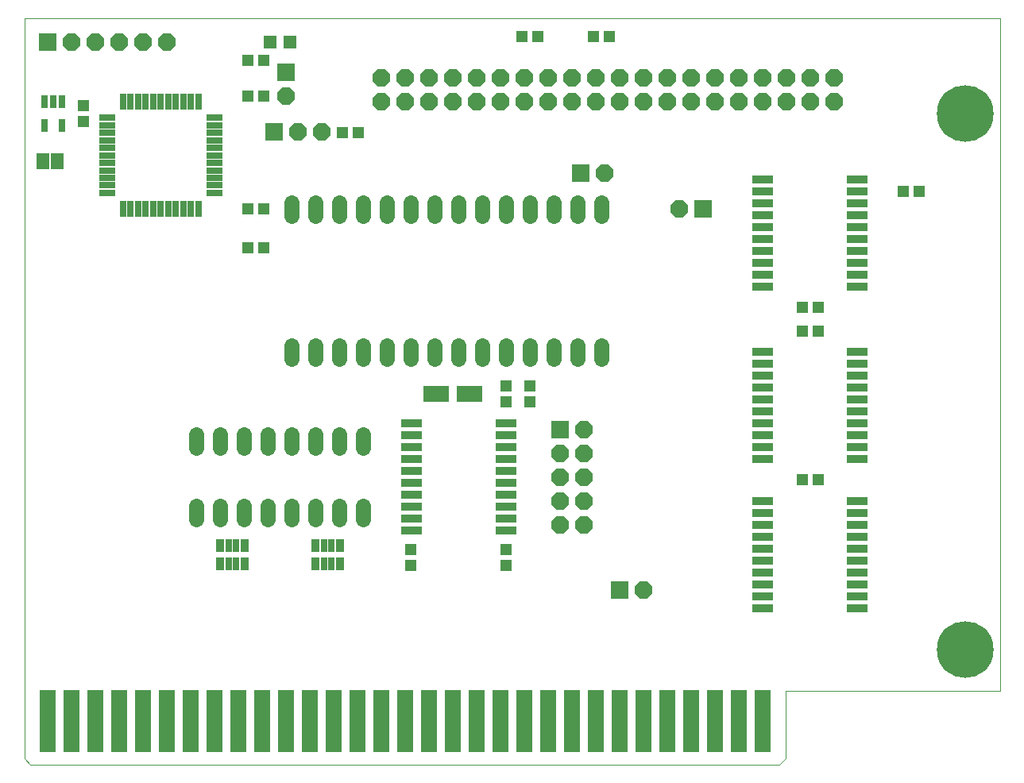
<source format=gts>
G75*
G70*
%OFA0B0*%
%FSLAX24Y24*%
%IPPOS*%
%LPD*%
%AMOC8*
5,1,8,0,0,1.08239X$1,22.5*
%
%ADD10C,0.0000*%
%ADD11R,0.0680X0.2630*%
%ADD12C,0.0640*%
%ADD13OC8,0.0720*%
%ADD14R,0.0880X0.0340*%
%ADD15R,0.0513X0.0474*%
%ADD16R,0.1104X0.0710*%
%ADD17R,0.0552X0.0552*%
%ADD18R,0.0720X0.0720*%
%ADD19R,0.0474X0.0513*%
%ADD20C,0.2380*%
%ADD21R,0.0277X0.0671*%
%ADD22R,0.0671X0.0277*%
%ADD23R,0.0297X0.0552*%
%ADD24R,0.0253X0.0533*%
%ADD25R,0.0328X0.0533*%
%ADD26R,0.0540X0.0710*%
D10*
X008092Y007958D02*
X039530Y007958D01*
X039780Y008208D01*
X039780Y011052D01*
X048775Y011052D01*
X048775Y039267D01*
X007842Y039267D01*
X007842Y008271D01*
X007842Y008208D01*
X008092Y007958D01*
D11*
X008811Y009771D03*
X009811Y009771D03*
X010811Y009771D03*
X011811Y009771D03*
X012811Y009771D03*
X013811Y009771D03*
X014811Y009771D03*
X015811Y009771D03*
X016811Y009771D03*
X017811Y009771D03*
X018811Y009771D03*
X019811Y009771D03*
X020811Y009771D03*
X021811Y009771D03*
X022811Y009771D03*
X023811Y009771D03*
X024811Y009771D03*
X025811Y009771D03*
X026811Y009771D03*
X027811Y009771D03*
X028811Y009771D03*
X029811Y009771D03*
X030811Y009771D03*
X031811Y009771D03*
X032811Y009771D03*
X033811Y009771D03*
X034811Y009771D03*
X035811Y009771D03*
X036811Y009771D03*
X037811Y009771D03*
X038811Y009771D03*
D12*
X022061Y018241D02*
X022061Y018801D01*
X021061Y018801D02*
X021061Y018241D01*
X020061Y018241D02*
X020061Y018801D01*
X019061Y018801D02*
X019061Y018241D01*
X018061Y018241D02*
X018061Y018801D01*
X017061Y018801D02*
X017061Y018241D01*
X016061Y018241D02*
X016061Y018801D01*
X015061Y018801D02*
X015061Y018241D01*
X015061Y021241D02*
X015061Y021801D01*
X016061Y021801D02*
X016061Y021241D01*
X017061Y021241D02*
X017061Y021801D01*
X018061Y021801D02*
X018061Y021241D01*
X019061Y021241D02*
X019061Y021801D01*
X020061Y021801D02*
X020061Y021241D01*
X021061Y021241D02*
X021061Y021801D01*
X022061Y021801D02*
X022061Y021241D01*
X022061Y024991D02*
X022061Y025551D01*
X021061Y025551D02*
X021061Y024991D01*
X020061Y024991D02*
X020061Y025551D01*
X019061Y025551D02*
X019061Y024991D01*
X023061Y024991D02*
X023061Y025551D01*
X024061Y025551D02*
X024061Y024991D01*
X025061Y024991D02*
X025061Y025551D01*
X026061Y025551D02*
X026061Y024991D01*
X027061Y024991D02*
X027061Y025551D01*
X028061Y025551D02*
X028061Y024991D01*
X029061Y024991D02*
X029061Y025551D01*
X030061Y025551D02*
X030061Y024991D01*
X031061Y024991D02*
X031061Y025551D01*
X032061Y025551D02*
X032061Y024991D01*
X032061Y030991D02*
X032061Y031551D01*
X031061Y031551D02*
X031061Y030991D01*
X030061Y030991D02*
X030061Y031551D01*
X029061Y031551D02*
X029061Y030991D01*
X028061Y030991D02*
X028061Y031551D01*
X027061Y031551D02*
X027061Y030991D01*
X026061Y030991D02*
X026061Y031551D01*
X025061Y031551D02*
X025061Y030991D01*
X024061Y030991D02*
X024061Y031551D01*
X023061Y031551D02*
X023061Y030991D01*
X022061Y030991D02*
X022061Y031551D01*
X021061Y031551D02*
X021061Y030991D01*
X020061Y030991D02*
X020061Y031551D01*
X019061Y031551D02*
X019061Y030991D01*
D13*
X019311Y034521D03*
X020311Y034521D03*
X018811Y036021D03*
X022811Y035771D03*
X023811Y035771D03*
X023811Y036771D03*
X022811Y036771D03*
X024811Y036771D03*
X025811Y036771D03*
X026811Y036771D03*
X027811Y036771D03*
X028811Y036771D03*
X029811Y036771D03*
X030811Y036771D03*
X031811Y036771D03*
X032811Y036771D03*
X033811Y036771D03*
X034811Y036771D03*
X035811Y036771D03*
X036811Y036771D03*
X037811Y036771D03*
X038811Y036771D03*
X039811Y036771D03*
X040811Y036771D03*
X041811Y036771D03*
X041811Y035771D03*
X040811Y035771D03*
X039811Y035771D03*
X038811Y035771D03*
X037811Y035771D03*
X036811Y035771D03*
X035811Y035771D03*
X034811Y035771D03*
X033811Y035771D03*
X032811Y035771D03*
X031811Y035771D03*
X030811Y035771D03*
X029811Y035771D03*
X028811Y035771D03*
X027811Y035771D03*
X026811Y035771D03*
X025811Y035771D03*
X024811Y035771D03*
X032186Y032771D03*
X035311Y031271D03*
X031311Y022021D03*
X031311Y021021D03*
X030311Y021021D03*
X030311Y020021D03*
X031311Y020021D03*
X031311Y019021D03*
X030311Y019021D03*
X030311Y018021D03*
X031311Y018021D03*
X033811Y015271D03*
X013811Y038271D03*
X012811Y038271D03*
X011811Y038271D03*
X010811Y038271D03*
X009811Y038271D03*
D14*
X024081Y022271D03*
X024081Y021771D03*
X024081Y021271D03*
X024081Y020771D03*
X024081Y020271D03*
X024081Y019771D03*
X024081Y019271D03*
X024081Y018771D03*
X024081Y018271D03*
X024081Y017771D03*
X028041Y017771D03*
X028041Y018271D03*
X028041Y018771D03*
X028041Y019271D03*
X028041Y019771D03*
X028041Y020271D03*
X028041Y020771D03*
X028041Y021271D03*
X028041Y021771D03*
X028041Y022271D03*
X038831Y022271D03*
X038831Y022771D03*
X038831Y023271D03*
X038831Y023771D03*
X038831Y024271D03*
X038831Y024771D03*
X038831Y025271D03*
X038831Y028021D03*
X038831Y028521D03*
X038831Y029021D03*
X038831Y029521D03*
X038831Y030021D03*
X038831Y030521D03*
X038831Y031021D03*
X038831Y031521D03*
X038831Y032021D03*
X038831Y032521D03*
X042791Y032521D03*
X042791Y032021D03*
X042791Y031521D03*
X042791Y031021D03*
X042791Y030521D03*
X042791Y030021D03*
X042791Y029521D03*
X042791Y029021D03*
X042791Y028521D03*
X042791Y028021D03*
X042791Y025271D03*
X042791Y024771D03*
X042791Y024271D03*
X042791Y023771D03*
X042791Y023271D03*
X042791Y022771D03*
X042791Y022271D03*
X042791Y021771D03*
X042791Y021271D03*
X042791Y020771D03*
X042791Y019021D03*
X042791Y018521D03*
X042791Y018021D03*
X042791Y017521D03*
X042791Y017021D03*
X042791Y016521D03*
X042791Y016021D03*
X042791Y015521D03*
X042791Y015021D03*
X042791Y014521D03*
X038831Y014521D03*
X038831Y015021D03*
X038831Y015521D03*
X038831Y016021D03*
X038831Y016521D03*
X038831Y017021D03*
X038831Y017521D03*
X038831Y018021D03*
X038831Y018521D03*
X038831Y019021D03*
X038831Y020771D03*
X038831Y021271D03*
X038831Y021771D03*
D15*
X040476Y019896D03*
X041146Y019896D03*
X041146Y026146D03*
X040476Y026146D03*
X040476Y027146D03*
X041146Y027146D03*
X029061Y023855D03*
X029061Y023186D03*
X028061Y023186D03*
X028061Y023855D03*
X028061Y016980D03*
X028061Y016311D03*
X017896Y031271D03*
X017226Y031271D03*
D16*
X025102Y023521D03*
X026520Y023521D03*
D17*
X018974Y038271D03*
X018148Y038271D03*
D18*
X018811Y037021D03*
X018311Y034521D03*
X008811Y038271D03*
X030311Y022021D03*
X032811Y015271D03*
X036311Y031271D03*
X031186Y032771D03*
D19*
X031726Y038521D03*
X032396Y038521D03*
X029396Y038521D03*
X028726Y038521D03*
X021864Y034489D03*
X021195Y034489D03*
X017896Y036021D03*
X017226Y036021D03*
X017226Y037521D03*
X017896Y037521D03*
X010311Y035605D03*
X010311Y034936D03*
X017226Y029646D03*
X017896Y029646D03*
X024061Y016980D03*
X024061Y016311D03*
X044726Y032021D03*
X045396Y032021D03*
D20*
X047311Y035271D03*
X047311Y012771D03*
D21*
X015136Y031277D03*
X014821Y031277D03*
X014506Y031277D03*
X014191Y031277D03*
X013876Y031277D03*
X013561Y031277D03*
X013246Y031277D03*
X012931Y031277D03*
X012616Y031277D03*
X012301Y031277D03*
X011986Y031277D03*
X011986Y035765D03*
X012301Y035765D03*
X012616Y035765D03*
X012931Y035765D03*
X013246Y035765D03*
X013561Y035765D03*
X013876Y035765D03*
X014191Y035765D03*
X014506Y035765D03*
X014821Y035765D03*
X015136Y035765D03*
D22*
X015805Y035096D03*
X015805Y034781D03*
X015805Y034466D03*
X015805Y034151D03*
X015805Y033836D03*
X015805Y033521D03*
X015805Y033206D03*
X015805Y032891D03*
X015805Y032576D03*
X015805Y032261D03*
X015805Y031946D03*
X011317Y031946D03*
X011317Y032261D03*
X011317Y032576D03*
X011317Y032891D03*
X011317Y033206D03*
X011317Y033521D03*
X011317Y033836D03*
X011317Y034151D03*
X011317Y034466D03*
X011317Y034781D03*
X011317Y035096D03*
D23*
X009435Y034759D03*
X008687Y034759D03*
X008687Y035783D03*
X009061Y035783D03*
X009435Y035783D03*
D24*
X016404Y017155D03*
X016719Y017155D03*
X016719Y016387D03*
X016404Y016387D03*
X020404Y016387D03*
X020719Y016387D03*
X020719Y017155D03*
X020404Y017155D03*
D25*
X020051Y017155D03*
X020051Y016387D03*
X021071Y016387D03*
X021071Y017155D03*
X017071Y017155D03*
X017071Y016387D03*
X016051Y016387D03*
X016051Y017155D03*
D26*
X009205Y033271D03*
X008605Y033271D03*
M02*

</source>
